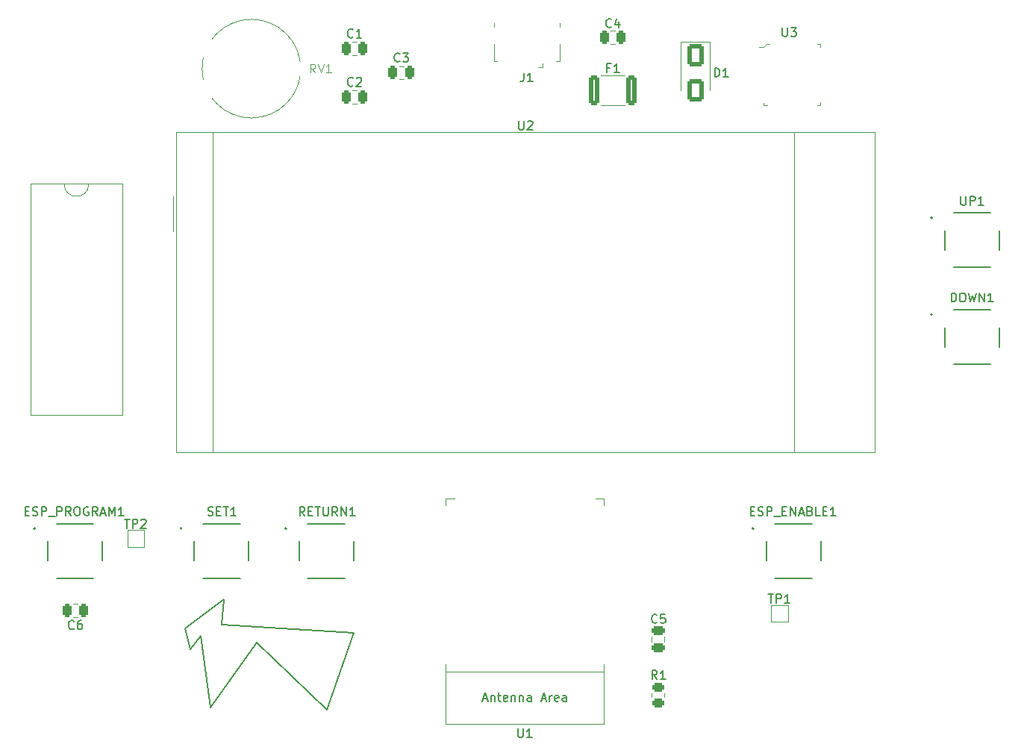
<source format=gto>
G04 #@! TF.GenerationSoftware,KiCad,Pcbnew,7.0.1-0*
G04 #@! TF.CreationDate,2023-04-17T19:11:43-07:00*
G04 #@! TF.ProjectId,msp-debugger,6d73702d-6465-4627-9567-6765722e6b69,rev?*
G04 #@! TF.SameCoordinates,Original*
G04 #@! TF.FileFunction,Legend,Top*
G04 #@! TF.FilePolarity,Positive*
%FSLAX46Y46*%
G04 Gerber Fmt 4.6, Leading zero omitted, Abs format (unit mm)*
G04 Created by KiCad (PCBNEW 7.0.1-0) date 2023-04-17 19:11:43*
%MOMM*%
%LPD*%
G01*
G04 APERTURE LIST*
G04 Aperture macros list*
%AMRoundRect*
0 Rectangle with rounded corners*
0 $1 Rounding radius*
0 $2 $3 $4 $5 $6 $7 $8 $9 X,Y pos of 4 corners*
0 Add a 4 corners polygon primitive as box body*
4,1,4,$2,$3,$4,$5,$6,$7,$8,$9,$2,$3,0*
0 Add four circle primitives for the rounded corners*
1,1,$1+$1,$2,$3*
1,1,$1+$1,$4,$5*
1,1,$1+$1,$6,$7*
1,1,$1+$1,$8,$9*
0 Add four rect primitives between the rounded corners*
20,1,$1+$1,$2,$3,$4,$5,0*
20,1,$1+$1,$4,$5,$6,$7,0*
20,1,$1+$1,$6,$7,$8,$9,0*
20,1,$1+$1,$8,$9,$2,$3,0*%
G04 Aperture macros list end*
%ADD10C,0.150000*%
%ADD11C,0.100000*%
%ADD12C,0.120000*%
%ADD13C,0.127000*%
%ADD14C,0.200000*%
%ADD15RoundRect,0.250000X0.450000X-0.262500X0.450000X0.262500X-0.450000X0.262500X-0.450000X-0.262500X0*%
%ADD16R,1.508000X1.508000*%
%ADD17C,1.508000*%
%ADD18R,1.500000X1.500000*%
%ADD19R,0.400000X1.350000*%
%ADD20O,0.890000X1.550000*%
%ADD21R,1.200000X1.550000*%
%ADD22O,1.250000X0.950000*%
%ADD23R,1.500000X1.550000*%
%ADD24RoundRect,0.250000X0.250000X0.475000X-0.250000X0.475000X-0.250000X-0.475000X0.250000X-0.475000X0*%
%ADD25R,1.500000X0.900000*%
%ADD26R,0.900000X1.500000*%
%ADD27R,0.900000X0.900000*%
%ADD28RoundRect,0.250000X0.475000X-0.250000X0.475000X0.250000X-0.475000X0.250000X-0.475000X-0.250000X0*%
%ADD29RoundRect,0.250000X-0.250000X-0.475000X0.250000X-0.475000X0.250000X0.475000X-0.250000X0.475000X0*%
%ADD30C,2.600000*%
%ADD31RoundRect,0.250000X-0.650000X1.000000X-0.650000X-1.000000X0.650000X-1.000000X0.650000X1.000000X0*%
%ADD32R,3.000000X1.600000*%
%ADD33R,6.200000X5.800000*%
%ADD34C,2.000000*%
%ADD35C,1.500000*%
%ADD36R,1.200000X1.200000*%
%ADD37C,1.200000*%
%ADD38RoundRect,0.250000X-0.312500X-1.450000X0.312500X-1.450000X0.312500X1.450000X-0.312500X1.450000X0*%
G04 APERTURE END LIST*
D10*
X109347000Y-128651000D02*
X117348000Y-136271000D01*
X102997000Y-127889000D02*
X104140000Y-136017000D01*
X120396000Y-127508000D02*
X105410000Y-126619000D01*
X109347000Y-128651000D02*
X117348000Y-136271000D01*
X105410000Y-126619000D02*
X105664000Y-123698000D01*
X104140000Y-136017000D02*
X109347000Y-128651000D01*
X105664000Y-123698000D02*
X101219000Y-127000000D01*
X101854000Y-129413000D02*
X102997000Y-127889000D01*
X117348000Y-136271000D02*
X120396000Y-127508000D01*
X101219000Y-127000000D02*
X101854000Y-129413000D01*
X154773333Y-132796619D02*
X154440000Y-132320428D01*
X154201905Y-132796619D02*
X154201905Y-131796619D01*
X154201905Y-131796619D02*
X154582857Y-131796619D01*
X154582857Y-131796619D02*
X154678095Y-131844238D01*
X154678095Y-131844238D02*
X154725714Y-131891857D01*
X154725714Y-131891857D02*
X154773333Y-131987095D01*
X154773333Y-131987095D02*
X154773333Y-132129952D01*
X154773333Y-132129952D02*
X154725714Y-132225190D01*
X154725714Y-132225190D02*
X154678095Y-132272809D01*
X154678095Y-132272809D02*
X154582857Y-132320428D01*
X154582857Y-132320428D02*
X154201905Y-132320428D01*
X155725714Y-132796619D02*
X155154286Y-132796619D01*
X155440000Y-132796619D02*
X155440000Y-131796619D01*
X155440000Y-131796619D02*
X155344762Y-131939476D01*
X155344762Y-131939476D02*
X155249524Y-132034714D01*
X155249524Y-132034714D02*
X155154286Y-132082333D01*
X189238095Y-78017619D02*
X189238095Y-78827142D01*
X189238095Y-78827142D02*
X189285714Y-78922380D01*
X189285714Y-78922380D02*
X189333333Y-78970000D01*
X189333333Y-78970000D02*
X189428571Y-79017619D01*
X189428571Y-79017619D02*
X189619047Y-79017619D01*
X189619047Y-79017619D02*
X189714285Y-78970000D01*
X189714285Y-78970000D02*
X189761904Y-78922380D01*
X189761904Y-78922380D02*
X189809523Y-78827142D01*
X189809523Y-78827142D02*
X189809523Y-78017619D01*
X190285714Y-79017619D02*
X190285714Y-78017619D01*
X190285714Y-78017619D02*
X190666666Y-78017619D01*
X190666666Y-78017619D02*
X190761904Y-78065238D01*
X190761904Y-78065238D02*
X190809523Y-78112857D01*
X190809523Y-78112857D02*
X190857142Y-78208095D01*
X190857142Y-78208095D02*
X190857142Y-78350952D01*
X190857142Y-78350952D02*
X190809523Y-78446190D01*
X190809523Y-78446190D02*
X190761904Y-78493809D01*
X190761904Y-78493809D02*
X190666666Y-78541428D01*
X190666666Y-78541428D02*
X190285714Y-78541428D01*
X191809523Y-79017619D02*
X191238095Y-79017619D01*
X191523809Y-79017619D02*
X191523809Y-78017619D01*
X191523809Y-78017619D02*
X191428571Y-78160476D01*
X191428571Y-78160476D02*
X191333333Y-78255714D01*
X191333333Y-78255714D02*
X191238095Y-78303333D01*
X167394095Y-123163619D02*
X167965523Y-123163619D01*
X167679809Y-124163619D02*
X167679809Y-123163619D01*
X168298857Y-124163619D02*
X168298857Y-123163619D01*
X168298857Y-123163619D02*
X168679809Y-123163619D01*
X168679809Y-123163619D02*
X168775047Y-123211238D01*
X168775047Y-123211238D02*
X168822666Y-123258857D01*
X168822666Y-123258857D02*
X168870285Y-123354095D01*
X168870285Y-123354095D02*
X168870285Y-123496952D01*
X168870285Y-123496952D02*
X168822666Y-123592190D01*
X168822666Y-123592190D02*
X168775047Y-123639809D01*
X168775047Y-123639809D02*
X168679809Y-123687428D01*
X168679809Y-123687428D02*
X168298857Y-123687428D01*
X169822666Y-124163619D02*
X169251238Y-124163619D01*
X169536952Y-124163619D02*
X169536952Y-123163619D01*
X169536952Y-123163619D02*
X169441714Y-123306476D01*
X169441714Y-123306476D02*
X169346476Y-123401714D01*
X169346476Y-123401714D02*
X169251238Y-123449333D01*
X114800380Y-114267619D02*
X114467047Y-113791428D01*
X114228952Y-114267619D02*
X114228952Y-113267619D01*
X114228952Y-113267619D02*
X114609904Y-113267619D01*
X114609904Y-113267619D02*
X114705142Y-113315238D01*
X114705142Y-113315238D02*
X114752761Y-113362857D01*
X114752761Y-113362857D02*
X114800380Y-113458095D01*
X114800380Y-113458095D02*
X114800380Y-113600952D01*
X114800380Y-113600952D02*
X114752761Y-113696190D01*
X114752761Y-113696190D02*
X114705142Y-113743809D01*
X114705142Y-113743809D02*
X114609904Y-113791428D01*
X114609904Y-113791428D02*
X114228952Y-113791428D01*
X115228952Y-113743809D02*
X115562285Y-113743809D01*
X115705142Y-114267619D02*
X115228952Y-114267619D01*
X115228952Y-114267619D02*
X115228952Y-113267619D01*
X115228952Y-113267619D02*
X115705142Y-113267619D01*
X115990857Y-113267619D02*
X116562285Y-113267619D01*
X116276571Y-114267619D02*
X116276571Y-113267619D01*
X116895619Y-113267619D02*
X116895619Y-114077142D01*
X116895619Y-114077142D02*
X116943238Y-114172380D01*
X116943238Y-114172380D02*
X116990857Y-114220000D01*
X116990857Y-114220000D02*
X117086095Y-114267619D01*
X117086095Y-114267619D02*
X117276571Y-114267619D01*
X117276571Y-114267619D02*
X117371809Y-114220000D01*
X117371809Y-114220000D02*
X117419428Y-114172380D01*
X117419428Y-114172380D02*
X117467047Y-114077142D01*
X117467047Y-114077142D02*
X117467047Y-113267619D01*
X118514666Y-114267619D02*
X118181333Y-113791428D01*
X117943238Y-114267619D02*
X117943238Y-113267619D01*
X117943238Y-113267619D02*
X118324190Y-113267619D01*
X118324190Y-113267619D02*
X118419428Y-113315238D01*
X118419428Y-113315238D02*
X118467047Y-113362857D01*
X118467047Y-113362857D02*
X118514666Y-113458095D01*
X118514666Y-113458095D02*
X118514666Y-113600952D01*
X118514666Y-113600952D02*
X118467047Y-113696190D01*
X118467047Y-113696190D02*
X118419428Y-113743809D01*
X118419428Y-113743809D02*
X118324190Y-113791428D01*
X118324190Y-113791428D02*
X117943238Y-113791428D01*
X118943238Y-114267619D02*
X118943238Y-113267619D01*
X118943238Y-113267619D02*
X119514666Y-114267619D01*
X119514666Y-114267619D02*
X119514666Y-113267619D01*
X120514666Y-114267619D02*
X119943238Y-114267619D01*
X120228952Y-114267619D02*
X120228952Y-113267619D01*
X120228952Y-113267619D02*
X120133714Y-113410476D01*
X120133714Y-113410476D02*
X120038476Y-113505714D01*
X120038476Y-113505714D02*
X119943238Y-113553333D01*
X103814762Y-114207000D02*
X103957619Y-114254619D01*
X103957619Y-114254619D02*
X104195714Y-114254619D01*
X104195714Y-114254619D02*
X104290952Y-114207000D01*
X104290952Y-114207000D02*
X104338571Y-114159380D01*
X104338571Y-114159380D02*
X104386190Y-114064142D01*
X104386190Y-114064142D02*
X104386190Y-113968904D01*
X104386190Y-113968904D02*
X104338571Y-113873666D01*
X104338571Y-113873666D02*
X104290952Y-113826047D01*
X104290952Y-113826047D02*
X104195714Y-113778428D01*
X104195714Y-113778428D02*
X104005238Y-113730809D01*
X104005238Y-113730809D02*
X103910000Y-113683190D01*
X103910000Y-113683190D02*
X103862381Y-113635571D01*
X103862381Y-113635571D02*
X103814762Y-113540333D01*
X103814762Y-113540333D02*
X103814762Y-113445095D01*
X103814762Y-113445095D02*
X103862381Y-113349857D01*
X103862381Y-113349857D02*
X103910000Y-113302238D01*
X103910000Y-113302238D02*
X104005238Y-113254619D01*
X104005238Y-113254619D02*
X104243333Y-113254619D01*
X104243333Y-113254619D02*
X104386190Y-113302238D01*
X104814762Y-113730809D02*
X105148095Y-113730809D01*
X105290952Y-114254619D02*
X104814762Y-114254619D01*
X104814762Y-114254619D02*
X104814762Y-113254619D01*
X104814762Y-113254619D02*
X105290952Y-113254619D01*
X105576667Y-113254619D02*
X106148095Y-113254619D01*
X105862381Y-114254619D02*
X105862381Y-113254619D01*
X107005238Y-114254619D02*
X106433810Y-114254619D01*
X106719524Y-114254619D02*
X106719524Y-113254619D01*
X106719524Y-113254619D02*
X106624286Y-113397476D01*
X106624286Y-113397476D02*
X106529048Y-113492714D01*
X106529048Y-113492714D02*
X106433810Y-113540333D01*
X139666666Y-64012619D02*
X139666666Y-64726904D01*
X139666666Y-64726904D02*
X139619047Y-64869761D01*
X139619047Y-64869761D02*
X139523809Y-64965000D01*
X139523809Y-64965000D02*
X139380952Y-65012619D01*
X139380952Y-65012619D02*
X139285714Y-65012619D01*
X140666666Y-65012619D02*
X140095238Y-65012619D01*
X140380952Y-65012619D02*
X140380952Y-64012619D01*
X140380952Y-64012619D02*
X140285714Y-64155476D01*
X140285714Y-64155476D02*
X140190476Y-64250714D01*
X140190476Y-64250714D02*
X140095238Y-64298333D01*
X149583333Y-58787380D02*
X149535714Y-58835000D01*
X149535714Y-58835000D02*
X149392857Y-58882619D01*
X149392857Y-58882619D02*
X149297619Y-58882619D01*
X149297619Y-58882619D02*
X149154762Y-58835000D01*
X149154762Y-58835000D02*
X149059524Y-58739761D01*
X149059524Y-58739761D02*
X149011905Y-58644523D01*
X149011905Y-58644523D02*
X148964286Y-58454047D01*
X148964286Y-58454047D02*
X148964286Y-58311190D01*
X148964286Y-58311190D02*
X149011905Y-58120714D01*
X149011905Y-58120714D02*
X149059524Y-58025476D01*
X149059524Y-58025476D02*
X149154762Y-57930238D01*
X149154762Y-57930238D02*
X149297619Y-57882619D01*
X149297619Y-57882619D02*
X149392857Y-57882619D01*
X149392857Y-57882619D02*
X149535714Y-57930238D01*
X149535714Y-57930238D02*
X149583333Y-57977857D01*
X150440476Y-58215952D02*
X150440476Y-58882619D01*
X150202381Y-57835000D02*
X149964286Y-58549285D01*
X149964286Y-58549285D02*
X150583333Y-58549285D01*
X139008095Y-138400619D02*
X139008095Y-139210142D01*
X139008095Y-139210142D02*
X139055714Y-139305380D01*
X139055714Y-139305380D02*
X139103333Y-139353000D01*
X139103333Y-139353000D02*
X139198571Y-139400619D01*
X139198571Y-139400619D02*
X139389047Y-139400619D01*
X139389047Y-139400619D02*
X139484285Y-139353000D01*
X139484285Y-139353000D02*
X139531904Y-139305380D01*
X139531904Y-139305380D02*
X139579523Y-139210142D01*
X139579523Y-139210142D02*
X139579523Y-138400619D01*
X140579523Y-139400619D02*
X140008095Y-139400619D01*
X140293809Y-139400619D02*
X140293809Y-138400619D01*
X140293809Y-138400619D02*
X140198571Y-138543476D01*
X140198571Y-138543476D02*
X140103333Y-138638714D01*
X140103333Y-138638714D02*
X140008095Y-138686333D01*
X135008094Y-135026904D02*
X135484284Y-135026904D01*
X134912856Y-135312619D02*
X135246189Y-134312619D01*
X135246189Y-134312619D02*
X135579522Y-135312619D01*
X135912856Y-134645952D02*
X135912856Y-135312619D01*
X135912856Y-134741190D02*
X135960475Y-134693571D01*
X135960475Y-134693571D02*
X136055713Y-134645952D01*
X136055713Y-134645952D02*
X136198570Y-134645952D01*
X136198570Y-134645952D02*
X136293808Y-134693571D01*
X136293808Y-134693571D02*
X136341427Y-134788809D01*
X136341427Y-134788809D02*
X136341427Y-135312619D01*
X136674761Y-134645952D02*
X137055713Y-134645952D01*
X136817618Y-134312619D02*
X136817618Y-135169761D01*
X136817618Y-135169761D02*
X136865237Y-135265000D01*
X136865237Y-135265000D02*
X136960475Y-135312619D01*
X136960475Y-135312619D02*
X137055713Y-135312619D01*
X137769999Y-135265000D02*
X137674761Y-135312619D01*
X137674761Y-135312619D02*
X137484285Y-135312619D01*
X137484285Y-135312619D02*
X137389047Y-135265000D01*
X137389047Y-135265000D02*
X137341428Y-135169761D01*
X137341428Y-135169761D02*
X137341428Y-134788809D01*
X137341428Y-134788809D02*
X137389047Y-134693571D01*
X137389047Y-134693571D02*
X137484285Y-134645952D01*
X137484285Y-134645952D02*
X137674761Y-134645952D01*
X137674761Y-134645952D02*
X137769999Y-134693571D01*
X137769999Y-134693571D02*
X137817618Y-134788809D01*
X137817618Y-134788809D02*
X137817618Y-134884047D01*
X137817618Y-134884047D02*
X137341428Y-134979285D01*
X138246190Y-134645952D02*
X138246190Y-135312619D01*
X138246190Y-134741190D02*
X138293809Y-134693571D01*
X138293809Y-134693571D02*
X138389047Y-134645952D01*
X138389047Y-134645952D02*
X138531904Y-134645952D01*
X138531904Y-134645952D02*
X138627142Y-134693571D01*
X138627142Y-134693571D02*
X138674761Y-134788809D01*
X138674761Y-134788809D02*
X138674761Y-135312619D01*
X139150952Y-134645952D02*
X139150952Y-135312619D01*
X139150952Y-134741190D02*
X139198571Y-134693571D01*
X139198571Y-134693571D02*
X139293809Y-134645952D01*
X139293809Y-134645952D02*
X139436666Y-134645952D01*
X139436666Y-134645952D02*
X139531904Y-134693571D01*
X139531904Y-134693571D02*
X139579523Y-134788809D01*
X139579523Y-134788809D02*
X139579523Y-135312619D01*
X140484285Y-135312619D02*
X140484285Y-134788809D01*
X140484285Y-134788809D02*
X140436666Y-134693571D01*
X140436666Y-134693571D02*
X140341428Y-134645952D01*
X140341428Y-134645952D02*
X140150952Y-134645952D01*
X140150952Y-134645952D02*
X140055714Y-134693571D01*
X140484285Y-135265000D02*
X140389047Y-135312619D01*
X140389047Y-135312619D02*
X140150952Y-135312619D01*
X140150952Y-135312619D02*
X140055714Y-135265000D01*
X140055714Y-135265000D02*
X140008095Y-135169761D01*
X140008095Y-135169761D02*
X140008095Y-135074523D01*
X140008095Y-135074523D02*
X140055714Y-134979285D01*
X140055714Y-134979285D02*
X140150952Y-134931666D01*
X140150952Y-134931666D02*
X140389047Y-134931666D01*
X140389047Y-134931666D02*
X140484285Y-134884047D01*
X141674762Y-135026904D02*
X142150952Y-135026904D01*
X141579524Y-135312619D02*
X141912857Y-134312619D01*
X141912857Y-134312619D02*
X142246190Y-135312619D01*
X142579524Y-135312619D02*
X142579524Y-134645952D01*
X142579524Y-134836428D02*
X142627143Y-134741190D01*
X142627143Y-134741190D02*
X142674762Y-134693571D01*
X142674762Y-134693571D02*
X142770000Y-134645952D01*
X142770000Y-134645952D02*
X142865238Y-134645952D01*
X143579524Y-135265000D02*
X143484286Y-135312619D01*
X143484286Y-135312619D02*
X143293810Y-135312619D01*
X143293810Y-135312619D02*
X143198572Y-135265000D01*
X143198572Y-135265000D02*
X143150953Y-135169761D01*
X143150953Y-135169761D02*
X143150953Y-134788809D01*
X143150953Y-134788809D02*
X143198572Y-134693571D01*
X143198572Y-134693571D02*
X143293810Y-134645952D01*
X143293810Y-134645952D02*
X143484286Y-134645952D01*
X143484286Y-134645952D02*
X143579524Y-134693571D01*
X143579524Y-134693571D02*
X143627143Y-134788809D01*
X143627143Y-134788809D02*
X143627143Y-134884047D01*
X143627143Y-134884047D02*
X143150953Y-134979285D01*
X144484286Y-135312619D02*
X144484286Y-134788809D01*
X144484286Y-134788809D02*
X144436667Y-134693571D01*
X144436667Y-134693571D02*
X144341429Y-134645952D01*
X144341429Y-134645952D02*
X144150953Y-134645952D01*
X144150953Y-134645952D02*
X144055715Y-134693571D01*
X144484286Y-135265000D02*
X144389048Y-135312619D01*
X144389048Y-135312619D02*
X144150953Y-135312619D01*
X144150953Y-135312619D02*
X144055715Y-135265000D01*
X144055715Y-135265000D02*
X144008096Y-135169761D01*
X144008096Y-135169761D02*
X144008096Y-135074523D01*
X144008096Y-135074523D02*
X144055715Y-134979285D01*
X144055715Y-134979285D02*
X144150953Y-134931666D01*
X144150953Y-134931666D02*
X144389048Y-134931666D01*
X144389048Y-134931666D02*
X144484286Y-134884047D01*
X154773333Y-126351380D02*
X154725714Y-126399000D01*
X154725714Y-126399000D02*
X154582857Y-126446619D01*
X154582857Y-126446619D02*
X154487619Y-126446619D01*
X154487619Y-126446619D02*
X154344762Y-126399000D01*
X154344762Y-126399000D02*
X154249524Y-126303761D01*
X154249524Y-126303761D02*
X154201905Y-126208523D01*
X154201905Y-126208523D02*
X154154286Y-126018047D01*
X154154286Y-126018047D02*
X154154286Y-125875190D01*
X154154286Y-125875190D02*
X154201905Y-125684714D01*
X154201905Y-125684714D02*
X154249524Y-125589476D01*
X154249524Y-125589476D02*
X154344762Y-125494238D01*
X154344762Y-125494238D02*
X154487619Y-125446619D01*
X154487619Y-125446619D02*
X154582857Y-125446619D01*
X154582857Y-125446619D02*
X154725714Y-125494238D01*
X154725714Y-125494238D02*
X154773333Y-125541857D01*
X155678095Y-125446619D02*
X155201905Y-125446619D01*
X155201905Y-125446619D02*
X155154286Y-125922809D01*
X155154286Y-125922809D02*
X155201905Y-125875190D01*
X155201905Y-125875190D02*
X155297143Y-125827571D01*
X155297143Y-125827571D02*
X155535238Y-125827571D01*
X155535238Y-125827571D02*
X155630476Y-125875190D01*
X155630476Y-125875190D02*
X155678095Y-125922809D01*
X155678095Y-125922809D02*
X155725714Y-126018047D01*
X155725714Y-126018047D02*
X155725714Y-126256142D01*
X155725714Y-126256142D02*
X155678095Y-126351380D01*
X155678095Y-126351380D02*
X155630476Y-126399000D01*
X155630476Y-126399000D02*
X155535238Y-126446619D01*
X155535238Y-126446619D02*
X155297143Y-126446619D01*
X155297143Y-126446619D02*
X155201905Y-126399000D01*
X155201905Y-126399000D02*
X155154286Y-126351380D01*
X120283333Y-65437380D02*
X120235714Y-65485000D01*
X120235714Y-65485000D02*
X120092857Y-65532619D01*
X120092857Y-65532619D02*
X119997619Y-65532619D01*
X119997619Y-65532619D02*
X119854762Y-65485000D01*
X119854762Y-65485000D02*
X119759524Y-65389761D01*
X119759524Y-65389761D02*
X119711905Y-65294523D01*
X119711905Y-65294523D02*
X119664286Y-65104047D01*
X119664286Y-65104047D02*
X119664286Y-64961190D01*
X119664286Y-64961190D02*
X119711905Y-64770714D01*
X119711905Y-64770714D02*
X119759524Y-64675476D01*
X119759524Y-64675476D02*
X119854762Y-64580238D01*
X119854762Y-64580238D02*
X119997619Y-64532619D01*
X119997619Y-64532619D02*
X120092857Y-64532619D01*
X120092857Y-64532619D02*
X120235714Y-64580238D01*
X120235714Y-64580238D02*
X120283333Y-64627857D01*
X120664286Y-64627857D02*
X120711905Y-64580238D01*
X120711905Y-64580238D02*
X120807143Y-64532619D01*
X120807143Y-64532619D02*
X121045238Y-64532619D01*
X121045238Y-64532619D02*
X121140476Y-64580238D01*
X121140476Y-64580238D02*
X121188095Y-64627857D01*
X121188095Y-64627857D02*
X121235714Y-64723095D01*
X121235714Y-64723095D02*
X121235714Y-64818333D01*
X121235714Y-64818333D02*
X121188095Y-64961190D01*
X121188095Y-64961190D02*
X120616667Y-65532619D01*
X120616667Y-65532619D02*
X121235714Y-65532619D01*
X94369095Y-114654619D02*
X94940523Y-114654619D01*
X94654809Y-115654619D02*
X94654809Y-114654619D01*
X95273857Y-115654619D02*
X95273857Y-114654619D01*
X95273857Y-114654619D02*
X95654809Y-114654619D01*
X95654809Y-114654619D02*
X95750047Y-114702238D01*
X95750047Y-114702238D02*
X95797666Y-114749857D01*
X95797666Y-114749857D02*
X95845285Y-114845095D01*
X95845285Y-114845095D02*
X95845285Y-114987952D01*
X95845285Y-114987952D02*
X95797666Y-115083190D01*
X95797666Y-115083190D02*
X95750047Y-115130809D01*
X95750047Y-115130809D02*
X95654809Y-115178428D01*
X95654809Y-115178428D02*
X95273857Y-115178428D01*
X96226238Y-114749857D02*
X96273857Y-114702238D01*
X96273857Y-114702238D02*
X96369095Y-114654619D01*
X96369095Y-114654619D02*
X96607190Y-114654619D01*
X96607190Y-114654619D02*
X96702428Y-114702238D01*
X96702428Y-114702238D02*
X96750047Y-114749857D01*
X96750047Y-114749857D02*
X96797666Y-114845095D01*
X96797666Y-114845095D02*
X96797666Y-114940333D01*
X96797666Y-114940333D02*
X96750047Y-115083190D01*
X96750047Y-115083190D02*
X96178619Y-115654619D01*
X96178619Y-115654619D02*
X96797666Y-115654619D01*
X83074571Y-113730809D02*
X83407904Y-113730809D01*
X83550761Y-114254619D02*
X83074571Y-114254619D01*
X83074571Y-114254619D02*
X83074571Y-113254619D01*
X83074571Y-113254619D02*
X83550761Y-113254619D01*
X83931714Y-114207000D02*
X84074571Y-114254619D01*
X84074571Y-114254619D02*
X84312666Y-114254619D01*
X84312666Y-114254619D02*
X84407904Y-114207000D01*
X84407904Y-114207000D02*
X84455523Y-114159380D01*
X84455523Y-114159380D02*
X84503142Y-114064142D01*
X84503142Y-114064142D02*
X84503142Y-113968904D01*
X84503142Y-113968904D02*
X84455523Y-113873666D01*
X84455523Y-113873666D02*
X84407904Y-113826047D01*
X84407904Y-113826047D02*
X84312666Y-113778428D01*
X84312666Y-113778428D02*
X84122190Y-113730809D01*
X84122190Y-113730809D02*
X84026952Y-113683190D01*
X84026952Y-113683190D02*
X83979333Y-113635571D01*
X83979333Y-113635571D02*
X83931714Y-113540333D01*
X83931714Y-113540333D02*
X83931714Y-113445095D01*
X83931714Y-113445095D02*
X83979333Y-113349857D01*
X83979333Y-113349857D02*
X84026952Y-113302238D01*
X84026952Y-113302238D02*
X84122190Y-113254619D01*
X84122190Y-113254619D02*
X84360285Y-113254619D01*
X84360285Y-113254619D02*
X84503142Y-113302238D01*
X84931714Y-114254619D02*
X84931714Y-113254619D01*
X84931714Y-113254619D02*
X85312666Y-113254619D01*
X85312666Y-113254619D02*
X85407904Y-113302238D01*
X85407904Y-113302238D02*
X85455523Y-113349857D01*
X85455523Y-113349857D02*
X85503142Y-113445095D01*
X85503142Y-113445095D02*
X85503142Y-113587952D01*
X85503142Y-113587952D02*
X85455523Y-113683190D01*
X85455523Y-113683190D02*
X85407904Y-113730809D01*
X85407904Y-113730809D02*
X85312666Y-113778428D01*
X85312666Y-113778428D02*
X84931714Y-113778428D01*
X85693619Y-114349857D02*
X86455523Y-114349857D01*
X86693619Y-114254619D02*
X86693619Y-113254619D01*
X86693619Y-113254619D02*
X87074571Y-113254619D01*
X87074571Y-113254619D02*
X87169809Y-113302238D01*
X87169809Y-113302238D02*
X87217428Y-113349857D01*
X87217428Y-113349857D02*
X87265047Y-113445095D01*
X87265047Y-113445095D02*
X87265047Y-113587952D01*
X87265047Y-113587952D02*
X87217428Y-113683190D01*
X87217428Y-113683190D02*
X87169809Y-113730809D01*
X87169809Y-113730809D02*
X87074571Y-113778428D01*
X87074571Y-113778428D02*
X86693619Y-113778428D01*
X88265047Y-114254619D02*
X87931714Y-113778428D01*
X87693619Y-114254619D02*
X87693619Y-113254619D01*
X87693619Y-113254619D02*
X88074571Y-113254619D01*
X88074571Y-113254619D02*
X88169809Y-113302238D01*
X88169809Y-113302238D02*
X88217428Y-113349857D01*
X88217428Y-113349857D02*
X88265047Y-113445095D01*
X88265047Y-113445095D02*
X88265047Y-113587952D01*
X88265047Y-113587952D02*
X88217428Y-113683190D01*
X88217428Y-113683190D02*
X88169809Y-113730809D01*
X88169809Y-113730809D02*
X88074571Y-113778428D01*
X88074571Y-113778428D02*
X87693619Y-113778428D01*
X88884095Y-113254619D02*
X89074571Y-113254619D01*
X89074571Y-113254619D02*
X89169809Y-113302238D01*
X89169809Y-113302238D02*
X89265047Y-113397476D01*
X89265047Y-113397476D02*
X89312666Y-113587952D01*
X89312666Y-113587952D02*
X89312666Y-113921285D01*
X89312666Y-113921285D02*
X89265047Y-114111761D01*
X89265047Y-114111761D02*
X89169809Y-114207000D01*
X89169809Y-114207000D02*
X89074571Y-114254619D01*
X89074571Y-114254619D02*
X88884095Y-114254619D01*
X88884095Y-114254619D02*
X88788857Y-114207000D01*
X88788857Y-114207000D02*
X88693619Y-114111761D01*
X88693619Y-114111761D02*
X88646000Y-113921285D01*
X88646000Y-113921285D02*
X88646000Y-113587952D01*
X88646000Y-113587952D02*
X88693619Y-113397476D01*
X88693619Y-113397476D02*
X88788857Y-113302238D01*
X88788857Y-113302238D02*
X88884095Y-113254619D01*
X90265047Y-113302238D02*
X90169809Y-113254619D01*
X90169809Y-113254619D02*
X90026952Y-113254619D01*
X90026952Y-113254619D02*
X89884095Y-113302238D01*
X89884095Y-113302238D02*
X89788857Y-113397476D01*
X89788857Y-113397476D02*
X89741238Y-113492714D01*
X89741238Y-113492714D02*
X89693619Y-113683190D01*
X89693619Y-113683190D02*
X89693619Y-113826047D01*
X89693619Y-113826047D02*
X89741238Y-114016523D01*
X89741238Y-114016523D02*
X89788857Y-114111761D01*
X89788857Y-114111761D02*
X89884095Y-114207000D01*
X89884095Y-114207000D02*
X90026952Y-114254619D01*
X90026952Y-114254619D02*
X90122190Y-114254619D01*
X90122190Y-114254619D02*
X90265047Y-114207000D01*
X90265047Y-114207000D02*
X90312666Y-114159380D01*
X90312666Y-114159380D02*
X90312666Y-113826047D01*
X90312666Y-113826047D02*
X90122190Y-113826047D01*
X91312666Y-114254619D02*
X90979333Y-113778428D01*
X90741238Y-114254619D02*
X90741238Y-113254619D01*
X90741238Y-113254619D02*
X91122190Y-113254619D01*
X91122190Y-113254619D02*
X91217428Y-113302238D01*
X91217428Y-113302238D02*
X91265047Y-113349857D01*
X91265047Y-113349857D02*
X91312666Y-113445095D01*
X91312666Y-113445095D02*
X91312666Y-113587952D01*
X91312666Y-113587952D02*
X91265047Y-113683190D01*
X91265047Y-113683190D02*
X91217428Y-113730809D01*
X91217428Y-113730809D02*
X91122190Y-113778428D01*
X91122190Y-113778428D02*
X90741238Y-113778428D01*
X91693619Y-113968904D02*
X92169809Y-113968904D01*
X91598381Y-114254619D02*
X91931714Y-113254619D01*
X91931714Y-113254619D02*
X92265047Y-114254619D01*
X92598381Y-114254619D02*
X92598381Y-113254619D01*
X92598381Y-113254619D02*
X92931714Y-113968904D01*
X92931714Y-113968904D02*
X93265047Y-113254619D01*
X93265047Y-113254619D02*
X93265047Y-114254619D01*
X94265047Y-114254619D02*
X93693619Y-114254619D01*
X93979333Y-114254619D02*
X93979333Y-113254619D01*
X93979333Y-113254619D02*
X93884095Y-113397476D01*
X93884095Y-113397476D02*
X93788857Y-113492714D01*
X93788857Y-113492714D02*
X93693619Y-113540333D01*
D11*
X115990761Y-64002619D02*
X115657428Y-63526428D01*
X115419333Y-64002619D02*
X115419333Y-63002619D01*
X115419333Y-63002619D02*
X115800285Y-63002619D01*
X115800285Y-63002619D02*
X115895523Y-63050238D01*
X115895523Y-63050238D02*
X115943142Y-63097857D01*
X115943142Y-63097857D02*
X115990761Y-63193095D01*
X115990761Y-63193095D02*
X115990761Y-63335952D01*
X115990761Y-63335952D02*
X115943142Y-63431190D01*
X115943142Y-63431190D02*
X115895523Y-63478809D01*
X115895523Y-63478809D02*
X115800285Y-63526428D01*
X115800285Y-63526428D02*
X115419333Y-63526428D01*
X116276476Y-63002619D02*
X116609809Y-64002619D01*
X116609809Y-64002619D02*
X116943142Y-63002619D01*
X117800285Y-64002619D02*
X117228857Y-64002619D01*
X117514571Y-64002619D02*
X117514571Y-63002619D01*
X117514571Y-63002619D02*
X117419333Y-63145476D01*
X117419333Y-63145476D02*
X117324095Y-63240714D01*
X117324095Y-63240714D02*
X117228857Y-63288333D01*
D10*
X120283333Y-59937380D02*
X120235714Y-59985000D01*
X120235714Y-59985000D02*
X120092857Y-60032619D01*
X120092857Y-60032619D02*
X119997619Y-60032619D01*
X119997619Y-60032619D02*
X119854762Y-59985000D01*
X119854762Y-59985000D02*
X119759524Y-59889761D01*
X119759524Y-59889761D02*
X119711905Y-59794523D01*
X119711905Y-59794523D02*
X119664286Y-59604047D01*
X119664286Y-59604047D02*
X119664286Y-59461190D01*
X119664286Y-59461190D02*
X119711905Y-59270714D01*
X119711905Y-59270714D02*
X119759524Y-59175476D01*
X119759524Y-59175476D02*
X119854762Y-59080238D01*
X119854762Y-59080238D02*
X119997619Y-59032619D01*
X119997619Y-59032619D02*
X120092857Y-59032619D01*
X120092857Y-59032619D02*
X120235714Y-59080238D01*
X120235714Y-59080238D02*
X120283333Y-59127857D01*
X121235714Y-60032619D02*
X120664286Y-60032619D01*
X120950000Y-60032619D02*
X120950000Y-59032619D01*
X120950000Y-59032619D02*
X120854762Y-59175476D01*
X120854762Y-59175476D02*
X120759524Y-59270714D01*
X120759524Y-59270714D02*
X120664286Y-59318333D01*
X125583333Y-62687380D02*
X125535714Y-62735000D01*
X125535714Y-62735000D02*
X125392857Y-62782619D01*
X125392857Y-62782619D02*
X125297619Y-62782619D01*
X125297619Y-62782619D02*
X125154762Y-62735000D01*
X125154762Y-62735000D02*
X125059524Y-62639761D01*
X125059524Y-62639761D02*
X125011905Y-62544523D01*
X125011905Y-62544523D02*
X124964286Y-62354047D01*
X124964286Y-62354047D02*
X124964286Y-62211190D01*
X124964286Y-62211190D02*
X125011905Y-62020714D01*
X125011905Y-62020714D02*
X125059524Y-61925476D01*
X125059524Y-61925476D02*
X125154762Y-61830238D01*
X125154762Y-61830238D02*
X125297619Y-61782619D01*
X125297619Y-61782619D02*
X125392857Y-61782619D01*
X125392857Y-61782619D02*
X125535714Y-61830238D01*
X125535714Y-61830238D02*
X125583333Y-61877857D01*
X125916667Y-61782619D02*
X126535714Y-61782619D01*
X126535714Y-61782619D02*
X126202381Y-62163571D01*
X126202381Y-62163571D02*
X126345238Y-62163571D01*
X126345238Y-62163571D02*
X126440476Y-62211190D01*
X126440476Y-62211190D02*
X126488095Y-62258809D01*
X126488095Y-62258809D02*
X126535714Y-62354047D01*
X126535714Y-62354047D02*
X126535714Y-62592142D01*
X126535714Y-62592142D02*
X126488095Y-62687380D01*
X126488095Y-62687380D02*
X126440476Y-62735000D01*
X126440476Y-62735000D02*
X126345238Y-62782619D01*
X126345238Y-62782619D02*
X126059524Y-62782619D01*
X126059524Y-62782619D02*
X125964286Y-62735000D01*
X125964286Y-62735000D02*
X125916667Y-62687380D01*
X161313905Y-64470619D02*
X161313905Y-63470619D01*
X161313905Y-63470619D02*
X161552000Y-63470619D01*
X161552000Y-63470619D02*
X161694857Y-63518238D01*
X161694857Y-63518238D02*
X161790095Y-63613476D01*
X161790095Y-63613476D02*
X161837714Y-63708714D01*
X161837714Y-63708714D02*
X161885333Y-63899190D01*
X161885333Y-63899190D02*
X161885333Y-64042047D01*
X161885333Y-64042047D02*
X161837714Y-64232523D01*
X161837714Y-64232523D02*
X161790095Y-64327761D01*
X161790095Y-64327761D02*
X161694857Y-64423000D01*
X161694857Y-64423000D02*
X161552000Y-64470619D01*
X161552000Y-64470619D02*
X161313905Y-64470619D01*
X162837714Y-64470619D02*
X162266286Y-64470619D01*
X162552000Y-64470619D02*
X162552000Y-63470619D01*
X162552000Y-63470619D02*
X162456762Y-63613476D01*
X162456762Y-63613476D02*
X162361524Y-63708714D01*
X162361524Y-63708714D02*
X162266286Y-63756333D01*
X168988095Y-58898619D02*
X168988095Y-59708142D01*
X168988095Y-59708142D02*
X169035714Y-59803380D01*
X169035714Y-59803380D02*
X169083333Y-59851000D01*
X169083333Y-59851000D02*
X169178571Y-59898619D01*
X169178571Y-59898619D02*
X169369047Y-59898619D01*
X169369047Y-59898619D02*
X169464285Y-59851000D01*
X169464285Y-59851000D02*
X169511904Y-59803380D01*
X169511904Y-59803380D02*
X169559523Y-59708142D01*
X169559523Y-59708142D02*
X169559523Y-58898619D01*
X169940476Y-58898619D02*
X170559523Y-58898619D01*
X170559523Y-58898619D02*
X170226190Y-59279571D01*
X170226190Y-59279571D02*
X170369047Y-59279571D01*
X170369047Y-59279571D02*
X170464285Y-59327190D01*
X170464285Y-59327190D02*
X170511904Y-59374809D01*
X170511904Y-59374809D02*
X170559523Y-59470047D01*
X170559523Y-59470047D02*
X170559523Y-59708142D01*
X170559523Y-59708142D02*
X170511904Y-59803380D01*
X170511904Y-59803380D02*
X170464285Y-59851000D01*
X170464285Y-59851000D02*
X170369047Y-59898619D01*
X170369047Y-59898619D02*
X170083333Y-59898619D01*
X170083333Y-59898619D02*
X169988095Y-59851000D01*
X169988095Y-59851000D02*
X169940476Y-59803380D01*
X139080595Y-69472619D02*
X139080595Y-70282142D01*
X139080595Y-70282142D02*
X139128214Y-70377380D01*
X139128214Y-70377380D02*
X139175833Y-70425000D01*
X139175833Y-70425000D02*
X139271071Y-70472619D01*
X139271071Y-70472619D02*
X139461547Y-70472619D01*
X139461547Y-70472619D02*
X139556785Y-70425000D01*
X139556785Y-70425000D02*
X139604404Y-70377380D01*
X139604404Y-70377380D02*
X139652023Y-70282142D01*
X139652023Y-70282142D02*
X139652023Y-69472619D01*
X140080595Y-69567857D02*
X140128214Y-69520238D01*
X140128214Y-69520238D02*
X140223452Y-69472619D01*
X140223452Y-69472619D02*
X140461547Y-69472619D01*
X140461547Y-69472619D02*
X140556785Y-69520238D01*
X140556785Y-69520238D02*
X140604404Y-69567857D01*
X140604404Y-69567857D02*
X140652023Y-69663095D01*
X140652023Y-69663095D02*
X140652023Y-69758333D01*
X140652023Y-69758333D02*
X140604404Y-69901190D01*
X140604404Y-69901190D02*
X140032976Y-70472619D01*
X140032976Y-70472619D02*
X140652023Y-70472619D01*
X88633333Y-127047380D02*
X88585714Y-127095000D01*
X88585714Y-127095000D02*
X88442857Y-127142619D01*
X88442857Y-127142619D02*
X88347619Y-127142619D01*
X88347619Y-127142619D02*
X88204762Y-127095000D01*
X88204762Y-127095000D02*
X88109524Y-126999761D01*
X88109524Y-126999761D02*
X88061905Y-126904523D01*
X88061905Y-126904523D02*
X88014286Y-126714047D01*
X88014286Y-126714047D02*
X88014286Y-126571190D01*
X88014286Y-126571190D02*
X88061905Y-126380714D01*
X88061905Y-126380714D02*
X88109524Y-126285476D01*
X88109524Y-126285476D02*
X88204762Y-126190238D01*
X88204762Y-126190238D02*
X88347619Y-126142619D01*
X88347619Y-126142619D02*
X88442857Y-126142619D01*
X88442857Y-126142619D02*
X88585714Y-126190238D01*
X88585714Y-126190238D02*
X88633333Y-126237857D01*
X89490476Y-126142619D02*
X89300000Y-126142619D01*
X89300000Y-126142619D02*
X89204762Y-126190238D01*
X89204762Y-126190238D02*
X89157143Y-126237857D01*
X89157143Y-126237857D02*
X89061905Y-126380714D01*
X89061905Y-126380714D02*
X89014286Y-126571190D01*
X89014286Y-126571190D02*
X89014286Y-126952142D01*
X89014286Y-126952142D02*
X89061905Y-127047380D01*
X89061905Y-127047380D02*
X89109524Y-127095000D01*
X89109524Y-127095000D02*
X89204762Y-127142619D01*
X89204762Y-127142619D02*
X89395238Y-127142619D01*
X89395238Y-127142619D02*
X89490476Y-127095000D01*
X89490476Y-127095000D02*
X89538095Y-127047380D01*
X89538095Y-127047380D02*
X89585714Y-126952142D01*
X89585714Y-126952142D02*
X89585714Y-126714047D01*
X89585714Y-126714047D02*
X89538095Y-126618809D01*
X89538095Y-126618809D02*
X89490476Y-126571190D01*
X89490476Y-126571190D02*
X89395238Y-126523571D01*
X89395238Y-126523571D02*
X89204762Y-126523571D01*
X89204762Y-126523571D02*
X89109524Y-126571190D01*
X89109524Y-126571190D02*
X89061905Y-126618809D01*
X89061905Y-126618809D02*
X89014286Y-126714047D01*
X165370476Y-113730809D02*
X165703809Y-113730809D01*
X165846666Y-114254619D02*
X165370476Y-114254619D01*
X165370476Y-114254619D02*
X165370476Y-113254619D01*
X165370476Y-113254619D02*
X165846666Y-113254619D01*
X166227619Y-114207000D02*
X166370476Y-114254619D01*
X166370476Y-114254619D02*
X166608571Y-114254619D01*
X166608571Y-114254619D02*
X166703809Y-114207000D01*
X166703809Y-114207000D02*
X166751428Y-114159380D01*
X166751428Y-114159380D02*
X166799047Y-114064142D01*
X166799047Y-114064142D02*
X166799047Y-113968904D01*
X166799047Y-113968904D02*
X166751428Y-113873666D01*
X166751428Y-113873666D02*
X166703809Y-113826047D01*
X166703809Y-113826047D02*
X166608571Y-113778428D01*
X166608571Y-113778428D02*
X166418095Y-113730809D01*
X166418095Y-113730809D02*
X166322857Y-113683190D01*
X166322857Y-113683190D02*
X166275238Y-113635571D01*
X166275238Y-113635571D02*
X166227619Y-113540333D01*
X166227619Y-113540333D02*
X166227619Y-113445095D01*
X166227619Y-113445095D02*
X166275238Y-113349857D01*
X166275238Y-113349857D02*
X166322857Y-113302238D01*
X166322857Y-113302238D02*
X166418095Y-113254619D01*
X166418095Y-113254619D02*
X166656190Y-113254619D01*
X166656190Y-113254619D02*
X166799047Y-113302238D01*
X167227619Y-114254619D02*
X167227619Y-113254619D01*
X167227619Y-113254619D02*
X167608571Y-113254619D01*
X167608571Y-113254619D02*
X167703809Y-113302238D01*
X167703809Y-113302238D02*
X167751428Y-113349857D01*
X167751428Y-113349857D02*
X167799047Y-113445095D01*
X167799047Y-113445095D02*
X167799047Y-113587952D01*
X167799047Y-113587952D02*
X167751428Y-113683190D01*
X167751428Y-113683190D02*
X167703809Y-113730809D01*
X167703809Y-113730809D02*
X167608571Y-113778428D01*
X167608571Y-113778428D02*
X167227619Y-113778428D01*
X167989524Y-114349857D02*
X168751428Y-114349857D01*
X168989524Y-113730809D02*
X169322857Y-113730809D01*
X169465714Y-114254619D02*
X168989524Y-114254619D01*
X168989524Y-114254619D02*
X168989524Y-113254619D01*
X168989524Y-113254619D02*
X169465714Y-113254619D01*
X169894286Y-114254619D02*
X169894286Y-113254619D01*
X169894286Y-113254619D02*
X170465714Y-114254619D01*
X170465714Y-114254619D02*
X170465714Y-113254619D01*
X170894286Y-113968904D02*
X171370476Y-113968904D01*
X170799048Y-114254619D02*
X171132381Y-113254619D01*
X171132381Y-113254619D02*
X171465714Y-114254619D01*
X172132381Y-113730809D02*
X172275238Y-113778428D01*
X172275238Y-113778428D02*
X172322857Y-113826047D01*
X172322857Y-113826047D02*
X172370476Y-113921285D01*
X172370476Y-113921285D02*
X172370476Y-114064142D01*
X172370476Y-114064142D02*
X172322857Y-114159380D01*
X172322857Y-114159380D02*
X172275238Y-114207000D01*
X172275238Y-114207000D02*
X172180000Y-114254619D01*
X172180000Y-114254619D02*
X171799048Y-114254619D01*
X171799048Y-114254619D02*
X171799048Y-113254619D01*
X171799048Y-113254619D02*
X172132381Y-113254619D01*
X172132381Y-113254619D02*
X172227619Y-113302238D01*
X172227619Y-113302238D02*
X172275238Y-113349857D01*
X172275238Y-113349857D02*
X172322857Y-113445095D01*
X172322857Y-113445095D02*
X172322857Y-113540333D01*
X172322857Y-113540333D02*
X172275238Y-113635571D01*
X172275238Y-113635571D02*
X172227619Y-113683190D01*
X172227619Y-113683190D02*
X172132381Y-113730809D01*
X172132381Y-113730809D02*
X171799048Y-113730809D01*
X173275238Y-114254619D02*
X172799048Y-114254619D01*
X172799048Y-114254619D02*
X172799048Y-113254619D01*
X173608572Y-113730809D02*
X173941905Y-113730809D01*
X174084762Y-114254619D02*
X173608572Y-114254619D01*
X173608572Y-114254619D02*
X173608572Y-113254619D01*
X173608572Y-113254619D02*
X174084762Y-113254619D01*
X175037143Y-114254619D02*
X174465715Y-114254619D01*
X174751429Y-114254619D02*
X174751429Y-113254619D01*
X174751429Y-113254619D02*
X174656191Y-113397476D01*
X174656191Y-113397476D02*
X174560953Y-113492714D01*
X174560953Y-113492714D02*
X174465715Y-113540333D01*
X149416666Y-63438809D02*
X149083333Y-63438809D01*
X149083333Y-63962619D02*
X149083333Y-62962619D01*
X149083333Y-62962619D02*
X149559523Y-62962619D01*
X150464285Y-63962619D02*
X149892857Y-63962619D01*
X150178571Y-63962619D02*
X150178571Y-62962619D01*
X150178571Y-62962619D02*
X150083333Y-63105476D01*
X150083333Y-63105476D02*
X149988095Y-63200714D01*
X149988095Y-63200714D02*
X149892857Y-63248333D01*
X188142857Y-89997619D02*
X188142857Y-88997619D01*
X188142857Y-88997619D02*
X188380952Y-88997619D01*
X188380952Y-88997619D02*
X188523809Y-89045238D01*
X188523809Y-89045238D02*
X188619047Y-89140476D01*
X188619047Y-89140476D02*
X188666666Y-89235714D01*
X188666666Y-89235714D02*
X188714285Y-89426190D01*
X188714285Y-89426190D02*
X188714285Y-89569047D01*
X188714285Y-89569047D02*
X188666666Y-89759523D01*
X188666666Y-89759523D02*
X188619047Y-89854761D01*
X188619047Y-89854761D02*
X188523809Y-89950000D01*
X188523809Y-89950000D02*
X188380952Y-89997619D01*
X188380952Y-89997619D02*
X188142857Y-89997619D01*
X189333333Y-88997619D02*
X189523809Y-88997619D01*
X189523809Y-88997619D02*
X189619047Y-89045238D01*
X189619047Y-89045238D02*
X189714285Y-89140476D01*
X189714285Y-89140476D02*
X189761904Y-89330952D01*
X189761904Y-89330952D02*
X189761904Y-89664285D01*
X189761904Y-89664285D02*
X189714285Y-89854761D01*
X189714285Y-89854761D02*
X189619047Y-89950000D01*
X189619047Y-89950000D02*
X189523809Y-89997619D01*
X189523809Y-89997619D02*
X189333333Y-89997619D01*
X189333333Y-89997619D02*
X189238095Y-89950000D01*
X189238095Y-89950000D02*
X189142857Y-89854761D01*
X189142857Y-89854761D02*
X189095238Y-89664285D01*
X189095238Y-89664285D02*
X189095238Y-89330952D01*
X189095238Y-89330952D02*
X189142857Y-89140476D01*
X189142857Y-89140476D02*
X189238095Y-89045238D01*
X189238095Y-89045238D02*
X189333333Y-88997619D01*
X190095238Y-88997619D02*
X190333333Y-89997619D01*
X190333333Y-89997619D02*
X190523809Y-89283333D01*
X190523809Y-89283333D02*
X190714285Y-89997619D01*
X190714285Y-89997619D02*
X190952381Y-88997619D01*
X191333333Y-89997619D02*
X191333333Y-88997619D01*
X191333333Y-88997619D02*
X191904761Y-89997619D01*
X191904761Y-89997619D02*
X191904761Y-88997619D01*
X192904761Y-89997619D02*
X192333333Y-89997619D01*
X192619047Y-89997619D02*
X192619047Y-88997619D01*
X192619047Y-88997619D02*
X192523809Y-89140476D01*
X192523809Y-89140476D02*
X192428571Y-89235714D01*
X192428571Y-89235714D02*
X192333333Y-89283333D01*
D12*
X154135000Y-134847064D02*
X154135000Y-134392936D01*
X155605000Y-134847064D02*
X155605000Y-134392936D01*
D13*
X187400000Y-81900000D02*
X187400000Y-84100000D01*
X188400000Y-79900000D02*
X192600000Y-79900000D01*
X192600000Y-86100000D02*
X188400000Y-86100000D01*
X193600000Y-84100000D02*
X193600000Y-81900000D01*
D14*
X186000000Y-80460000D02*
G75*
G03*
X186000000Y-80460000I-100000J0D01*
G01*
D12*
X167706000Y-124399000D02*
X169606000Y-124399000D01*
X167706000Y-126299000D02*
X167706000Y-124399000D01*
X169606000Y-124399000D02*
X169606000Y-126299000D01*
X169606000Y-126299000D02*
X167706000Y-126299000D01*
D13*
X114150000Y-117150000D02*
X114150000Y-119350000D01*
X115150000Y-115150000D02*
X119350000Y-115150000D01*
X119350000Y-121350000D02*
X115150000Y-121350000D01*
X120350000Y-119350000D02*
X120350000Y-117150000D01*
D14*
X112750000Y-115710000D02*
G75*
G03*
X112750000Y-115710000I-100000J0D01*
G01*
D13*
X102260000Y-117150000D02*
X102260000Y-119350000D01*
X103260000Y-115150000D02*
X107460000Y-115150000D01*
X107460000Y-121350000D02*
X103260000Y-121350000D01*
X108460000Y-119350000D02*
X108460000Y-117150000D01*
D14*
X100860000Y-115710000D02*
G75*
G03*
X100860000Y-115710000I-100000J0D01*
G01*
D12*
X143760000Y-62710000D02*
X143340000Y-62710000D01*
X143760000Y-60730000D02*
X143760000Y-62710000D01*
X143760000Y-58360000D02*
X143760000Y-58760000D01*
X141760000Y-62940000D02*
X141760000Y-63390000D01*
X141310000Y-63390000D02*
X141760000Y-63390000D01*
X136240000Y-62710000D02*
X136660000Y-62710000D01*
X136240000Y-60730000D02*
X136240000Y-62710000D01*
X136240000Y-58760000D02*
X136240000Y-58360000D01*
X150011252Y-60735000D02*
X149488748Y-60735000D01*
X150011252Y-59265000D02*
X149488748Y-59265000D01*
X148770000Y-137850000D02*
X148770000Y-131100000D01*
X148770000Y-137850000D02*
X130770000Y-137850000D01*
X148770000Y-113100000D02*
X148770000Y-112350000D01*
X148770000Y-112350000D02*
X147770000Y-112350000D01*
X130770000Y-137850000D02*
X130770000Y-131100000D01*
X130770000Y-131910000D02*
X148770000Y-131910000D01*
X130770000Y-113100000D02*
X130770000Y-112350000D01*
X130770000Y-112350000D02*
X131770000Y-112350000D01*
X154135000Y-128531252D02*
X154135000Y-128008748D01*
X155605000Y-128531252D02*
X155605000Y-128008748D01*
X120188748Y-66015000D02*
X120711252Y-66015000D01*
X120188748Y-67485000D02*
X120711252Y-67485000D01*
X94681000Y-115890000D02*
X96581000Y-115890000D01*
X94681000Y-117790000D02*
X94681000Y-115890000D01*
X96581000Y-115890000D02*
X96581000Y-117790000D01*
X96581000Y-117790000D02*
X94681000Y-117790000D01*
D13*
X85650000Y-117150000D02*
X85650000Y-119350000D01*
X86650000Y-115150000D02*
X90850000Y-115150000D01*
X90850000Y-121350000D02*
X86650000Y-121350000D01*
X91850000Y-119350000D02*
X91850000Y-117150000D01*
D14*
X84250000Y-115710000D02*
G75*
G03*
X84250000Y-115710000I-100000J0D01*
G01*
D12*
X114350000Y-63540000D02*
G75*
G03*
X114350000Y-63540000I-5594794J0D01*
G01*
X120188748Y-60515000D02*
X120711252Y-60515000D01*
X120188748Y-61985000D02*
X120711252Y-61985000D01*
X125488748Y-63265000D02*
X126011252Y-63265000D01*
X125488748Y-64735000D02*
X126011252Y-64735000D01*
X160781000Y-60490000D02*
X157481000Y-60490000D01*
X160781000Y-60490000D02*
X160781000Y-66000000D01*
X157481000Y-60490000D02*
X157481000Y-66000000D01*
D11*
X166840000Y-67720000D02*
X166840000Y-67420000D01*
X166880000Y-61090000D02*
X166380000Y-61090000D01*
X167180000Y-60780000D02*
X166880000Y-61090000D01*
X167240000Y-67720000D02*
X166840000Y-67720000D01*
X167560000Y-60780000D02*
X167180000Y-60780000D01*
X172960000Y-67720000D02*
X173260000Y-67720000D01*
X173260000Y-60780000D02*
X172960000Y-60780000D01*
X173260000Y-61080000D02*
X173260000Y-60780000D01*
X173260000Y-67720000D02*
X173260000Y-67320000D01*
D12*
X99842500Y-78010000D02*
X99842500Y-82010000D01*
X100222500Y-70780000D02*
X179462500Y-70780000D01*
X100222500Y-107020000D02*
X100222500Y-70780000D01*
X104342500Y-107020000D02*
X104342500Y-70780000D01*
X170342500Y-70780000D02*
X170342500Y-107020000D01*
X179462500Y-70780000D02*
X179462500Y-107020000D01*
X179462500Y-107020000D02*
X100222500Y-107020000D01*
X94100000Y-76620000D02*
X83700000Y-76620000D01*
X83700000Y-76620000D02*
X83700000Y-102820000D01*
X83700000Y-102820000D02*
X94100000Y-102820000D01*
X94100000Y-102820000D02*
X94100000Y-76620000D01*
X87500000Y-76620000D02*
G75*
G03*
X90300000Y-76620000I1400000J0D01*
G01*
X89061252Y-125735000D02*
X88538748Y-125735000D01*
X89061252Y-124265000D02*
X88538748Y-124265000D01*
D13*
X167150000Y-117150000D02*
X167150000Y-119350000D01*
X168150000Y-115150000D02*
X172350000Y-115150000D01*
X172350000Y-121350000D02*
X168150000Y-121350000D01*
X173350000Y-119350000D02*
X173350000Y-117150000D01*
D14*
X165750000Y-115710000D02*
G75*
G03*
X165750000Y-115710000I-100000J0D01*
G01*
D12*
X148363748Y-64290000D02*
X151136252Y-64290000D01*
X148363748Y-67710000D02*
X151136252Y-67710000D01*
D13*
X187400000Y-92880000D02*
X187400000Y-95080000D01*
X188400000Y-90880000D02*
X192600000Y-90880000D01*
X192600000Y-97080000D02*
X188400000Y-97080000D01*
X193600000Y-95080000D02*
X193600000Y-92880000D01*
D14*
X186000000Y-91440000D02*
G75*
G03*
X186000000Y-91440000I-100000J0D01*
G01*
%LPC*%
D15*
X154870000Y-135532500D03*
X154870000Y-133707500D03*
D16*
X187250000Y-80750000D03*
D17*
X187250000Y-85250000D03*
X193750000Y-80750000D03*
X193750000Y-85250000D03*
D18*
X168656000Y-125349000D03*
D16*
X114000000Y-116000000D03*
D17*
X114000000Y-120500000D03*
X120500000Y-116000000D03*
X120500000Y-120500000D03*
D16*
X102110000Y-116000000D03*
D17*
X102110000Y-120500000D03*
X108610000Y-116000000D03*
X108610000Y-120500000D03*
D19*
X141300000Y-62450000D03*
X140650000Y-62450000D03*
X140000000Y-62450000D03*
X139350000Y-62450000D03*
X138700000Y-62450000D03*
D20*
X143500000Y-59750000D03*
D21*
X142900000Y-59750000D03*
D22*
X142500000Y-62450000D03*
D23*
X141000000Y-59750000D03*
X139000000Y-59750000D03*
D22*
X137500000Y-62450000D03*
D21*
X137100000Y-59750000D03*
D20*
X136500000Y-59750000D03*
D24*
X150700000Y-60000000D03*
X148800000Y-60000000D03*
D25*
X148520000Y-130360000D03*
X148520000Y-129090000D03*
X148520000Y-127820000D03*
X148520000Y-126550000D03*
X148520000Y-125280000D03*
X148520000Y-124010000D03*
X148520000Y-122740000D03*
X148520000Y-121470000D03*
X148520000Y-120200000D03*
X148520000Y-118930000D03*
X148520000Y-117660000D03*
X148520000Y-116390000D03*
X148520000Y-115120000D03*
X148520000Y-113850000D03*
D26*
X146755000Y-112600000D03*
X145485000Y-112600000D03*
X144215000Y-112600000D03*
X142945000Y-112600000D03*
X141675000Y-112600000D03*
X140405000Y-112600000D03*
X139135000Y-112600000D03*
X137865000Y-112600000D03*
X136595000Y-112600000D03*
X135325000Y-112600000D03*
X134055000Y-112600000D03*
X132785000Y-112600000D03*
D25*
X131020000Y-113850000D03*
X131020000Y-115120000D03*
X131020000Y-116390000D03*
X131020000Y-117660000D03*
X131020000Y-118930000D03*
X131020000Y-120200000D03*
X131020000Y-121470000D03*
X131020000Y-122740000D03*
X131020000Y-124010000D03*
X131020000Y-125280000D03*
X131020000Y-126550000D03*
X131020000Y-127820000D03*
X131020000Y-129090000D03*
X131020000Y-130360000D03*
D27*
X142670000Y-124040000D03*
X142670000Y-122640000D03*
X142670000Y-121240000D03*
X141270000Y-124040000D03*
X141270000Y-122640000D03*
X141270000Y-121240000D03*
X139870000Y-124040000D03*
X139870000Y-122640000D03*
X139870000Y-121240000D03*
D28*
X154870000Y-129220000D03*
X154870000Y-127320000D03*
D29*
X119500000Y-66750000D03*
X121400000Y-66750000D03*
D18*
X95631000Y-116840000D03*
D16*
X85500000Y-116000000D03*
D17*
X85500000Y-120500000D03*
X92000000Y-116000000D03*
X92000000Y-120500000D03*
D30*
X103250000Y-61040000D03*
X113250000Y-63540000D03*
X103250000Y-66040000D03*
D29*
X119500000Y-61250000D03*
X121400000Y-61250000D03*
X124800000Y-64000000D03*
X126700000Y-64000000D03*
D31*
X159131000Y-62000000D03*
X159131000Y-66000000D03*
D32*
X165670000Y-61965000D03*
X165670000Y-66535000D03*
D33*
X172840000Y-64250000D03*
D34*
X102342500Y-104900000D03*
X177342500Y-72900000D03*
D18*
X102342500Y-80010000D03*
D35*
X102342500Y-82550000D03*
X102342500Y-85090000D03*
X102342500Y-87630000D03*
X102342500Y-90170000D03*
X102342500Y-92710000D03*
X102342500Y-95250000D03*
X102342500Y-97790000D03*
X177342500Y-80010000D03*
X177342500Y-82550000D03*
X177342500Y-85090000D03*
X177342500Y-87630000D03*
X177342500Y-90170000D03*
X177342500Y-92710000D03*
X177342500Y-95250000D03*
X177342500Y-97790000D03*
D36*
X85090000Y-78290000D03*
D37*
X85090000Y-80830000D03*
X85090000Y-83370000D03*
X85090000Y-85910000D03*
X85090000Y-88450000D03*
X85090000Y-90990000D03*
X85090000Y-93530000D03*
X85090000Y-96070000D03*
X85090000Y-98610000D03*
X85090000Y-101150000D03*
X92710000Y-101150000D03*
X92710000Y-98610000D03*
X92710000Y-96070000D03*
X92710000Y-93530000D03*
X92710000Y-90990000D03*
X92710000Y-88450000D03*
X92710000Y-85910000D03*
X92710000Y-83370000D03*
X92710000Y-80830000D03*
X92710000Y-78290000D03*
D24*
X89750000Y-125000000D03*
X87850000Y-125000000D03*
D16*
X167000000Y-116000000D03*
D17*
X167000000Y-120500000D03*
X173500000Y-116000000D03*
X173500000Y-120500000D03*
D38*
X147612500Y-66000000D03*
X151887500Y-66000000D03*
D16*
X187250000Y-91730000D03*
D17*
X187250000Y-96230000D03*
X193750000Y-91730000D03*
X193750000Y-96230000D03*
M02*

</source>
